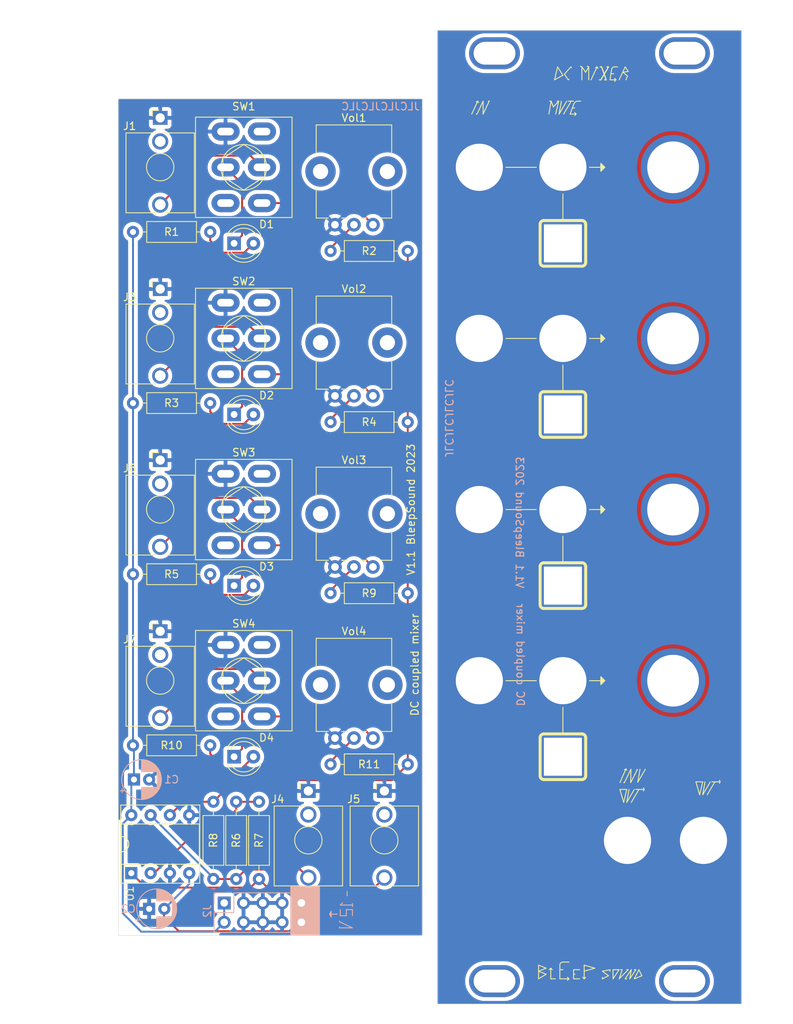
<source format=kicad_pcb>
(kicad_pcb (version 20221018) (generator pcbnew)
  (layers (0 "F.Cu" signal) (31 "B.Cu" signal) (34 "B.Paste" user) (35 "F.Paste" user) (36 "B.SilkS" user "B.Silkscreen") (37 "F.SilkS" user "F.Silkscreen") (38 "B.Mask" user) (39 "F.Mask" user) (44 "Edge.Cuts" user))
  (net 0 "")
  (net 1 "GND")
  (net 2 "+12V")
  (net 3 "-12V")
  (net 4 "Net-(D1-K)")
  (net 5 "Net-(D1-A)")
  (net 6 "Net-(J4-PadT)")
  (net 7 "Net-(J7-PadT)")
  (net 8 "Net-(D2-K)")
  (net 9 "Net-(D2-A)")
  (net 10 "Net-(R2-Pad2)")
  (net 11 "Net-(R4-Pad2)")
  (net 13 "Net-(D3-K)")
  (net 14 "Net-(R9-Pad2)")
  (net 15 "Net-(R11-Pad2)")
  (net 16 "Net-(D3-A)")
  (net 17 "Net-(D4-K)")
  (net 18 "Net-(D4-A)")
  (net 19 "Net-(U1B--)")
  (net 20 "Net-(U1A--)")
  (net 21 "Net-(J1-PadT)")
  (net 22 "Net-(J3-PadT)")
  (net 23 "Net-(J5-PadT)")
  (net 25 "Net-(J6-PadT)")
  (net 28 "Net-(SW1-C-Pad6)")
  (net 31 "Net-(SW2-C-Pad6)")
  (net 35 "Net-(SW3-C-Pad6)")
  (net 38 "Net-(SW4-C-Pad6)")
  (footprint "Synth:Pot-bourns-alpha" (layer "F.Cu") (at 63.5 92.55 90)
    (fp_text reference "Vol3")
    (fp_text value "10k")
  )
  (footprint "Synth:Pot-bourns-alpha" (layer "F.Cu") (at 63.5 115.05 90)
    (fp_text reference "Vol4")
    (fp_text value "10k")
  )
  (footprint "Synth:SW_DPDT_Toggle" (layer "F.Cu") (at 46.5 107.5 90)
    (fp_text reference "SW4")
    (fp_text value "Mute")
  )
  (footprint "Resistor_THT:R_Axial_DIN0207_L6.3mm_D2.5mm_P10.16mm_Horizontal" (layer "F.Cu") (at 42.5 133.58 90)
    (fp_text reference "R8")
    (fp_text value "100k")
  )
  (footprint "LED_THT:LED_D4.0mm" (layer "F.Cu") (at 45.225 72.5)
    (fp_text reference "D2")
    (fp_text value "LED-mute")
  )
  (footprint "Resistor_THT:R_Axial_DIN0207_L6.3mm_D2.5mm_P10.16mm_Horizontal" (layer "F.Cu") (at 68.08 118.5 180)
    (fp_text reference "R11")
    (fp_text value "100k")
  )
  (footprint "Resistor_THT:R_Axial_DIN0207_L6.3mm_D2.5mm_P10.16mm_Horizontal" (layer "F.Cu") (at 68.08 96 180)
    (fp_text reference "R9")
    (fp_text value "100k")
  )
  (footprint "Synth:Pot-bourns-alpha" (layer "F.Cu") (at 63.5 70.05 90)
    (fp_text reference "Vol2")
    (fp_text value "10k")
  )
  (footprint "Synth:Doepfer Mounting hole" (layer "F.Cu") (at 79.5 147)
    (fp_text reference "H1" hide)
    (fp_text value "MountingHole")
  )
  (footprint "Resistor_THT:R_Axial_DIN0207_L6.3mm_D2.5mm_P10.16mm_Horizontal" (layer "F.Cu") (at 31.92 48.5)
    (fp_text reference "R1")
    (fp_text value "4.7k")
  )
  (footprint "Synth:Doepfer Mounting hole" (layer "F.Cu") (at 79.5 25)
    (fp_text reference "H4" hide)
    (fp_text value "MountingHole")
  )
  (footprint "Resistor_THT:R_Axial_DIN0207_L6.3mm_D2.5mm_P10.16mm_Horizontal" (layer "F.Cu") (at 31.92 116)
    (fp_text reference "R10")
    (fp_text value "4.7k")
  )
  (footprint "LED_THT:LED_D4.0mm" (layer "F.Cu") (at 45.225 95)
    (fp_text reference "D3")
    (fp_text value "LED-mute")
  )
  (footprint "Synth:Thonkiconn" (layer "F.Cu") (at 55 122)
    (fp_text reference "J4")
    (fp_text value "InvOut")
  )
  (footprint "Resistor_THT:R_Axial_DIN0207_L6.3mm_D2.5mm_P10.16mm_Horizontal" (layer "F.Cu") (at 31.92 71)
    (fp_text reference "R3")
    (fp_text value "4.7k")
  )
  (footprint "Synth:Thonkiconn" (layer "F.Cu") (at 35.5 101)
    (fp_text reference "J7")
    (fp_text value "In")
  )
  (footprint "Resistor_THT:R_Axial_DIN0207_L6.3mm_D2.5mm_P10.16mm_Horizontal" (layer "F.Cu") (at 48.5 133.58 90)
    (fp_text reference "R7")
    (fp_text value "10k")
  )
  (footprint "Synth:SW_DPDT_Toggle" (layer "F.Cu") (at 46.5 40 90)
    (fp_text reference "SW1")
    (fp_text value "Mute")
  )
  (footprint "Synth:Pot-bourns-alpha" (layer "F.Cu") (at 63.5 47.55 90)
    (fp_text reference "Vol1")
    (fp_text value "10k")
  )
  (footprint "Resistor_THT:R_Axial_DIN0207_L6.3mm_D2.5mm_P10.16mm_Horizontal" (layer "F.Cu") (at 31.92 93.5)
    (fp_text reference "R5")
    (fp_text value "4.7k")
  )
  (footprint "LED_THT:LED_D4.0mm" (layer "F.Cu") (at 45.225 117.5)
    (fp_text reference "D4")
    (fp_text value "LED-mute")
  )
  (footprint "Synth:Doepfer Mounting hole" (layer "F.Cu") (at 104.5 147)
    (fp_text reference "H3" hide)
    (fp_text value "MountingHole")
  )
  (footprint "Resistor_THT:R_Axial_DIN0207_L6.3mm_D2.5mm_P10.16mm_Horizontal" (layer "F.Cu") (at 68.08 73.5 180)
    (fp_text reference "R4")
    (fp_text value "100k")
  )
  (footprint "Resistor_THT:R_Axial_DIN0207_L6.3mm_D2.5mm_P10.16mm_Horizontal" (layer "F.Cu") (at 68.08 51 180)
    (fp_text reference "R2")
    (fp_text value "100k")
  )
  (footprint "Synth:Thonkiconn" (layer "F.Cu") (at 35.5 56)
    (fp_text reference "J3")
    (fp_text value "In")
  )
  (footprint "Synth:SW_DPDT_Toggle" (layer "F.Cu") (at 46.5 85 90)
    (fp_text reference "SW3")
    (fp_text value "Mute")
  )
  (footprint "Synth:SW_DPDT_Toggle" (layer "F.Cu") (at 46.5 62.5 90)
    (fp_text reference "SW2")
    (fp_text value "Mute")
  )
  (footprint "Synth:Thonkiconn" (layer "F.Cu") (at 35.5 33.5)
    (fp_text reference "J1")
    (fp_text value "In")
  )
  (footprint "Resistor_THT:R_Axial_DIN0207_L6.3mm_D2.5mm_P10.16mm_Horizontal" (layer "F.Cu") (at 45.5 123.42 -90)
    (fp_text reference "R6")
    (fp_text value "10k")
  )
  (footprint "LED_THT:LED_D4.0mm" (layer "F.Cu") (at 45.225 50)
    (fp_text reference "D1")
    (fp_text value "LED-mute")
  )
  (footprint "Synth:Doepfer Mounting hole" (layer "F.Cu") (at 104.5 25)
    (fp_text reference "H2" hide)
    (fp_text value "MountingHole")
  )
  (footprint "Synth:Thonkiconn" (layer "F.Cu") (at 35.5 78.5)
    (fp_text reference "J6")
    (fp_text value "In")
  )
  (footprint "Package_DIP:DIP-8_W7.62mm_Socket" (layer "F.Cu") (at 31.7 132.8 90)
    (fp_text reference "U1")
    (fp_text value "TL072")
  )
  (footprint "Synth:Thonkiconn" (layer "F.Cu") (at 65 122)
    (fp_text reference "J5")
    (fp_text value "Out")
  )
  (footprint "Capacitor_THT:CP_Radial_D5.0mm_P2.00mm" (layer "B.Cu") (at 32.044888 120.5)
    (fp_text reference "C1")
    (fp_text value "10µ")
  )
  (footprint "Connector_PinHeader_2.54mm:PinHeader_2x05_P2.54mm_Vertical" (layer "B.Cu") (at 43.925 136.725 -90)
    (fp_text reference "J2")
    (fp_text value "Power Input")
  )
  (footprint "Capacitor_THT:CP_Radial_D5.0mm_P2.00mm" (layer "B.Cu") (at 34.044888 137.5)
    (fp_text reference "C2")
    (fp_text value "10µ")
  )
  (gr_circle (center 103 107.5) (end 111.6 107.5) (stroke (width 0.2)) (fill solid) (layer "F.Cu"))
  (gr_circle (center 103 40) (end 111.6 40) (stroke (width 0.2)) (fill solid) (layer "F.Cu"))
  (gr_circle (center 103 85) (end 111.6 85) (stroke (width 0.2)) (fill solid) (layer "F.Cu"))
  (gr_circle (center 103 62.5) (end 111.6 62.5) (stroke (width 0.2)) (fill solid) (layer "F.Cu"))
  (gr_line (start 59.1 140) (end 60.8 140) (stroke (width 0.12)) (layer "B.SilkS"))
  (gr_line (start 60.8 138.4) (end 60.8 137.6) (stroke (width 0.12)) (layer "B.SilkS"))
  (gr_line (start 60 138.4) (end 59.2 138.4) (stroke (width 0.12)) (layer "B.SilkS"))
  (gr_line (start 60.8 140) (end 59.1 139.2) (stroke (width 0.12)) (layer "B.SilkS"))
  (gr_line (start 59.2 138.4) (end 59.2 137.6) (stroke (width 0.12)) (layer "B.SilkS"))
  (gr_line (start 60.8 137) (end 60.8 136.8) (stroke (width 0.12)) (layer "B.SilkS"))
  (gr_line (start 60 137.6) (end 60 138.4) (stroke (width 0.12)) (layer "B.SilkS"))
  (gr_line (start 60.1 135.8) (end 60.1 135.2) (stroke (width 0.12)) (layer "B.SilkS"))
  (gr_line (start 59.1 139.9) (end 59.1 140) (stroke (width 0.12)) (layer "B.SilkS"))
  (gr_poly (pts (xy 57.8 138.2) (xy 58 138.6) (xy 58 137.8)) (stroke (width 0.12)) (fill solid) (layer "B.SilkS"))
  (gr_line (start 60.8 137.6) (end 60 137.6) (stroke (width 0.12)) (layer "B.SilkS"))
  (gr_line (start 59.2 137) (end 59.5 136.7) (stroke (width 0.12)) (layer "B.SilkS"))
  (gr_line (start 59.1 139.1) (end 59.1 139.2) (stroke (width 0.12)) (layer "B.SilkS"))
  (gr_line (start 58.8 138.2) (end 57.8 138.2) (stroke (width 0.12)) (layer "B.SilkS"))
  (gr_poly (pts (xy 56.45 134.6) (xy 56.45 140.9) (xy 52.7 140.9) (xy 52.7 134.6)) (stroke (width 0.15)) (fill solid) (layer "B.SilkS"))
  (gr_line (start 60.8 137) (end 59.2 137) (stroke (width 0.12)) (layer "B.SilkS"))
  (gr_line (start 60.8 137.2) (end 60.8 137) (stroke (width 0.12)) (layer "B.SilkS"))
  (gr_line (start 86.9 145.3) (end 86.9 146.7) (stroke (width 0.12)) (layer "F.SilkS"))
  (gr_line (start 88.1 146.7) (end 89.3 146.7) (stroke (width 0.12)) (layer "F.SilkS"))
  (gr_line (start 85.3 146.7) (end 86.3 146.1) (stroke (width 0.12)) (layer "F.SilkS"))
  (gr_line (start 86.3 146.1) (end 85.3 145.7) (stroke (width 0.12)) (layer "F.SilkS"))
  (gr_line (start 86.9 146.7) (end 87.5 146.7) (stroke (width 0.12)) (layer "F.SilkS"))
  (gr_line (start 88.5 144.5) (end 89.3 144.5) (stroke (width 0.12)) (layer "F.SilkS"))
  (gr_line (start 89.9 146.7) (end 90.7 146.7) (stroke (width 0.12)) (layer "F.SilkS"))
  (gr_line (start 91.3 144.9) (end 92.7 145.3) (stroke (width 0.12)) (layer "F.SilkS"))
  (gr_line (start 88.1 144.9) (end 88.1 146.7) (stroke (width 0.12)) (layer "F.SilkS"))
  (gr_line (start 88.1 145.5) (end 88.5 145.5) (stroke (width 0.12)) (layer "F.SilkS"))
  (gr_line (start 89.9 145.5) (end 89.9 146.7) (stroke (width 0.12)) (layer "F.SilkS"))
  (gr_line (start 91.1 146.5) (end 91.3 146.7) (stroke (width 0.12)) (layer "F.SilkS"))
  (gr_line (start 89.9 145.5) (end 90.7 145.5) (stroke (width 0.12)) (layer "F.SilkS"))
  (gr_line (start 91.3 146.7) (end 91.3 146.5) (stroke (width 0.12)) (layer "F.SilkS"))
  (gr_line (start 91.3 144.9) (end 91.3 146.7) (stroke (width 0.12)) (layer "F.SilkS"))
  (gr_line (start 92.7 145.3) (end 91.3 145.7) (stroke (width 0.12)) (layer "F.SilkS"))
  (gr_line (start 89.9 146.1) (end 90.1 146.1) (stroke (width 0.12)) (layer "F.SilkS"))
  (gr_line (start 85.3 145.7) (end 86.3 145.3) (stroke (width 0.12)) (layer "F.SilkS"))
  (gr_line (start 91.3 146.7) (end 91.5 146.5) (stroke (width 0.12)) (layer "F.SilkS"))
  (gr_line (start 85.3 144.9) (end 85.3 146.7) (stroke (width 0.12)) (layer "F.SilkS"))
  (gr_line (start 86.3 145.3) (end 85.3 144.9) (stroke (width 0.12)) (layer "F.SilkS"))
  (gr_line (start 98.1 145.5) (end 97.9 145.5) (stroke (width 0.12)) (layer "F.SilkS"))
  (gr_line (start 93.7 146.7) (end 93.7 146.5) (stroke (width 0.12)) (layer "F.SilkS"))
  (gr_line (start 95.1 145.5) (end 95.1 146.7) (stroke (width 0.12)) (layer "F.SilkS"))
  (gr_line (start 96.3 145.5) (end 95.9 146.7) (stroke (width 0.12)) (layer "F.SilkS"))
  (gr_line (start 95.9 146.7) (end 97.1 145.5) (stroke (width 0.12)) (layer "F.SilkS"))
  (gr_line (start 98.5 145.5) (end 97.9 146.7) (stroke (width 0.12)) (layer "F.SilkS"))
  (gr_line (start 98.5 145.5) (end 98.9 146.3) (stroke (width 0.12)) (layer "F.SilkS"))
  (gr_line (start 94.7 145.5) (end 94.7 145.7) (stroke (width 0.12)) (layer "F.SilkS"))
  (gr_line (start 86.9 145.3) (end 86.7 145.5) (stroke (width 0.12)) (layer "F.SilkS"))
  (gr_line (start 86.9 145.3) (end 87.1 145.5) (stroke (width 0.12)) (layer "F.SilkS"))
  (gr_line (start 97.5 145.5) (end 97.3 146.7) (stroke (width 0.12)) (layer "F.SilkS"))
  (gr_arc (start 88.1 144.9) (mid 88.217157 144.617157) (end 88.5 144.5) (stroke (width 0.12)) (layer "F.SilkS"))
  (gr_line (start 94.5 146.3) (end 93.7 146.7) (stroke (width 0.12)) (layer "F.SilkS"))
  (gr_line (start 89.3 146.7) (end 89.1 146.5) (stroke (width 0.12)) (layer "F.SilkS"))
  (gr_line (start 89.3 146.7) (end 89.1 146.9) (stroke (width 0.12)) (layer "F.SilkS"))
  (gr_line (start 93.7 145.7) (end 94.5 146.3) (stroke (width 0.12)) (layer "F.SilkS"))
  (gr_line (start 95.9 145.5) (end 95.1 145.5) (stroke (width 0.12)) (layer "F.SilkS"))
  (gr_line (start 97.3 146.7) (end 98.1 145.5) (stroke (width 0.12)) (layer "F.SilkS"))
  (gr_line (start 97.5 145.5) (end 96.7 146.7) (stroke (width 0.12)) (layer "F.SilkS"))
  (gr_line (start 96.3 145.5) (end 96.1 145.5) (stroke (width 0.12)) (layer "F.SilkS"))
  (gr_line (start 96.7 146.7) (end 96.9 146.7) (stroke (width 0.12)) (layer "F.SilkS"))
  (gr_line (start 97.1 145.5) (end 96.9 145.5) (stroke (width 0.12)) (layer "F.SilkS"))
  (gr_line (start 95.1 146.7) (end 95.9 145.5) (stroke (width 0.12)) (layer "F.SilkS"))
  (gr_line (start 97.9 146.7) (end 98.9 146.3) (stroke (width 0.12)) (layer "F.SilkS"))
  (gr_line (start 94.7 145.5) (end 93.7 145.7) (stroke (width 0.12)) (layer "F.SilkS"))
  (gr_line (start 88.5 43.5) (end 88.5 47) (stroke (width 0.12)) (layer "F.SilkS"))
  (gr_line (start 108.1 120.8) (end 108.8 120.8) (stroke (width 0.12)) (layer "F.SilkS"))
  (gr_line (start 106.5 122.5) (end 106 120.8) (stroke (width 0.12)) (layer "F.SilkS"))
  (gr_line (start 106 120.8) (end 106.9 120.8) (stroke (width 0.12)) (layer "F.SilkS"))
  (gr_line (start 107.2 120.8) (end 106.9 122.5) (stroke (width 0.12)) (layer "F.SilkS"))
  (gr_line (start 106.9 122.5) (end 107.9 120.8) (stroke (width 0.12)) (layer "F.SilkS"))
  (gr_line (start 106.9 120.8) (end 106.5 122.5) (stroke (width 0.12)) (layer "F.SilkS"))
  (gr_line (start 108.5 120.8) (end 107.5 122.5) (stroke (width 0.12)) (layer "F.SilkS"))
  (gr_line (start 77.3 31.3) (end 77.1 31.4) (stroke (width 0.12)) (layer "F.SilkS"))
  (gr_line (start 77.2 33) (end 78 31.3) (stroke (width 0.12)) (layer "F.SilkS"))
  (gr_line (start 77.2 33) (end 77.1 33) (stroke (width 0.12)) (layer "F.SilkS"))
  (gr_line (start 78 31.3) (end 78 33) (stroke (width 0.12)) (layer "F.SilkS"))
  (gr_line (start 77.3 31.3) (end 77.4 31.5) (stroke (width 0.12)) (layer "F.SilkS"))
  (gr_line (start 78 33) (end 78.8 31.3) (stroke (width 0.12)) (layer "F.SilkS"))
  (gr_line (start 76.5 33) (end 77.3 31.3) (stroke (width 0.12)) (layer "F.SilkS"))
  (gr_line (start 78.8 31.3) (end 78.7 31.3) (stroke (width 0.12)) (layer "F.SilkS"))
  (gr_line (start 109.2 120.8) (end 109.1 121) (stroke (width 0.12)) (layer "F.SilkS"))
  (gr_line (start 96.9 121.8) (end 96.5 123.5) (stroke (width 0.12)) (layer "F.SilkS"))
  (gr_line (start 81 107.5) (end 85 107.5) (stroke (width 0.12)) (layer "F.SilkS"))
  (gr_line (start 98.3 119.2) (end 97.425 120.9) (stroke (width 0.12)) (layer "F.SilkS"))
  (gr_line (start 85.5 47.5) (end 85.5 52.5) (stroke (width 0.4)) (layer "F.SilkS"))
  (gr_line (start 96.5 123.5) (end 96 121.8) (stroke (width 0.12)) (layer "F.SilkS"))
  (gr_line (start 88 33) (end 89 31.3) (stroke (width 0.12)) (layer "F.SilkS"))
  (gr_line (start 96.7 26.8) (end 95.9 28.5) (stroke (width 0.12)) (layer "F.SilkS"))
  (gr_arc (start 91 47) (mid 91.353553 47.146447) (end 91.5 47.5) (stroke (width 0.4)) (layer "F.SilkS"))
  (gr_line (start 87.95 31.3) (end 87.25 32.05) (stroke (width 0.12)) (layer "F.SilkS"))
  (gr_line (start 97.1 27.4) (end 96.4 27.5) (stroke (width 0.12)) (layer "F.SilkS"))
  (gr_line (start 96 121.8) (end 96.9 121.8) (stroke (width 0.12)) (layer "F.SilkS"))
  (gr_arc (start 91 92) (mid 91.353553 92.146447) (end 91.5 92.5) (stroke (width 0.4)) (layer "F.SilkS"))
  (gr_line (start 85.5 70) (end 85.5 75) (stroke (width 0.4)) (layer "F.SilkS"))
  (gr_poly (pts (xy 94 62.5) (xy 93.5 63) (xy 93.5 62)) (stroke (width 0.15)) (fill solid) (layer "F.SilkS"))
  (gr_line (start 91.5 47.5) (end 91.5 52.5) (stroke (width 0.4)) (layer "F.SilkS"))
  (gr_line (start 89.55 26.8) (end 88.7 27.75) (stroke (width 0.12)) (layer "F.SilkS"))
  (gr_line (start 93 26.8) (end 93.1 27) (stroke (width 0.12)) (layer "F.SilkS"))
  (gr_arc (start 85.5 115) (mid 85.646447 114.646447) (end 86 114.5) (stroke (width 0.4)) (layer "F.SilkS"))
  (gr_line (start 98.8 121.8) (end 99.2 121.8) (stroke (width 0.12)) (layer "F.SilkS"))
  (gr_line (start 86 69.5) (end 91 69.5) (stroke (width 0.4)) (layer "F.SilkS"))
  (gr_line (start 87.95 31.3) (end 87.55 33) (stroke (width 0.12)) (layer "F.SilkS"))
  (gr_line (start 88.5 88.5) (end 88.5 92) (stroke (width 0.12)) (layer "F.SilkS"))
  (gr_line (start 86 114.5) (end 91 114.5) (stroke (width 0.4)) (layer "F.SilkS"))
  (gr_line (start 93 26.8) (end 92.8 26.9) (stroke (width 0.12)) (layer "F.SilkS"))
  (gr_line (start 94 107.5) (end 92 107.5) (stroke (width 0.12)) (layer "F.SilkS"))
  (gr_line (start 87.8 26.8) (end 87.4 28.5) (stroke (width 0.12)) (layer "F.SilkS"))
  (gr_line (start 87.95 31.3) (end 87.75 31.3) (stroke (width 0.12)) (layer "F.SilkS"))
  (gr_arc (start 86 53) (mid 85.646447 52.853553) (end 85.5 52.5) (stroke (width 0.4)) (layer "F.SilkS"))
  (gr_line (start 91.5 70) (end 91.5 75) (stroke (width 0.4)) (layer "F.SilkS"))
  (gr_line (start 89.55 26.8) (end 89.65 26.9) (stroke (width 0.12)) (layer "F.SilkS"))
  (gr_line (start 91 26.8) (end 91 28.5) (stroke (width 0.12)) (layer "F.SilkS"))
  (gr_line (start 92.2 28.5) (end 93 26.8) (stroke (width 0.12)) (layer "F.SilkS"))
  (gr_line (start 87.25 32.05) (end 86.95 31.3) (stroke (width 0.12)) (layer "F.SilkS"))
  (gr_line (start 91 98) (end 86 98) (stroke (width 0.4)) (layer "F.SilkS"))
  (gr_line (start 89.75 32.2) (end 90.05 32.2) (stroke (width 0.12)) (layer "F.SilkS"))
  (gr_line (start 90.25 33) (end 90.05 32.8) (stroke (width 0.12)) (layer "F.SilkS"))
  (gr_line (start 81 40) (end 85 40) (stroke (width 0.12)) (layer "F.SilkS"))
  (gr_arc (start 85.5 70) (mid 85.646447 69.646447) (end 86 69.5) (stroke (width 0.4)) (layer "F.SilkS"))
  (gr_line (start 96.8 119.1) (end 96.6 119.2) (stroke (width 0.12)) (layer "F.SilkS"))
  (gr_line (start 90.25 33) (end 90.05 33.2) (stroke (width 0.12)) (layer "F.SilkS"))
  (gr_line (start 90.45 31.3) (end 90.85 31.3) (stroke (width 0.12)) (layer "F.SilkS"))
  (gr_line (start 86 92) (end 91 92) (stroke (width 0.4)) (layer "F.SilkS"))
  (gr_line (start 91.5 27.5) (end 91 26.8) (stroke (width 0.12)) (layer "F.SilkS"))
  (gr_line (start 98.5 121.8) (end 97.5 123.5) (stroke (width 0.12)) (layer "F.SilkS"))
  (gr_poly (pts (xy 94 40) (xy 93.5 40.5) (xy 93.5 39.5)) (stroke (width 0.15)) (fill solid) (layer "F.SilkS"))
  (gr_line (start 109.2 120.8) (end 109.1 120.6) (stroke (width 0.12)) (layer "F.SilkS"))
  (gr_line (start 99.2 121.8) (end 99.1 122) (stroke (width 0.12)) (layer "F.SilkS"))
  (gr_line (start 91 120.5) (end 86 120.5) (stroke (width 0.4)) (layer "F.SilkS"))
  (gr_line (start 85.5 115) (end 85.5 120) (stroke (width 0.4)) (layer "F.SilkS"))
  (gr_line (start 94 40) (end 92 40) (stroke (width 0.12)) (layer "F.SilkS"))
  (gr_arc (start 91.5 97.5) (mid 91.353553 97.853553) (end 91 98) (stroke (width 0.4)) (layer "F.SilkS"))
  (gr_arc (start 85.5 92.5) (mid 85.646447 92.146447) (end 86 92) (stroke (width 0.4)) (layer "F.SilkS"))
  (gr_line (start 99.2 121.8) (end 99.1 121.6) (stroke (width 0.12)) (layer "F.SilkS"))
  (gr_line (start 97.45 119.15) (end 97.425 120.9) (stroke (width 0.12)) (layer "F.SilkS"))
  (gr_arc (start 86 75.5) (mid 85.646447 75.353553) (end 85.5 75) (stroke (width 0.4)) (layer "F.SilkS"))
  (gr_line (start 97.45 119.15) (end 96.6 120.9) (stroke (width 0.12)) (layer "F.SilkS"))
  (gr_line (start 94.5 26.8) (end 94.3 26.8) (stroke (width 0.15)) (layer "F.SilkS"))
  (gr_line (start 89.95 31.65) (end 89.45 33) (stroke (width 0.12)) (layer "F.SilkS"))
  (gr_line (start 88.3 31.3) (end 88 33) (stroke (width 0.12)) (layer "F.SilkS"))
  (gr_arc (start 91.5 120) (mid 91.353553 120.353553) (end 91 120.5) (stroke (width 0.4)) (layer "F.SilkS"))
  (gr_line (start 86.95 31.3) (end 86.65 33) (stroke (width 0.12)) (layer "F.SilkS"))
  (gr_arc (start 86 98) (mid 85.646447 97.853553) (end 85.5 97.5) (stroke (width 0.4)) (layer "F.SilkS"))
  (gr_line (start 96.6 120.9) (end 96.5 120.9) (stroke (width 0.12)) (layer "F.SilkS"))
  (gr_line (start 93.6 26.8) (end 94.2 28.5) (stroke (width 0.15)) (layer "F.SilkS"))
  (gr_arc (start 89.95 31.65) (mid 90.147762 31.400375) (end 90.45 31.3) (stroke (width 0.12)) (layer "F.SilkS"))
  (gr_line (start 81 85) (end 85 85) (stroke (width 0.12)) (layer "F.SilkS"))
  (gr_poly (pts (xy 94 85) (xy 93.5 85.5) (xy 93.5 84.5)) (stroke (width 0.15)) (fill solid) (layer "F.SilkS"))
  (gr_line (start 94.9 27.2) (end 94.7 28.5) (stroke (width 0.12)) (layer "F.SilkS"))
  (gr_line (start 96 120.9) (end 96.8 119.1) (stroke (width 0.12)) (layer "F.SilkS"))
  (gr_arc (start 85.5 47.5) (mid 85.646447 47.146447) (end 86 47) (stroke (width 0.4)) (layer "F.SilkS"))
  (gr_arc (start 86 120.5) (mid 85.646447 120.353553) (end 85.5 120) (stroke (width 0.4)) (layer "F.SilkS"))
  (gr_line (start 98.1 121.8) (end 98.8 121.8) (stroke (width 0.12)) (layer "F.SilkS"))
  (gr_line (start 89.2 31.3) (end 89.9 31.3) (stroke (width 0.12)) (layer "F.SilkS"))
  (gr_arc (start 91 69.5) (mid 91.353553 69.646447) (end 91.5 70) (stroke (width 0.4)) (layer "F.SilkS"))
  (gr_line (start 96.4 27.5) (end 97 28) (stroke (width 0.12)) (layer "F.SilkS"))
  (gr_line (start 89.2 28.5) (end 89.3 28.4) (stroke (width 0.12)) (layer "F.SilkS"))
  (gr_line (start 94.9 27.7) (end 95.2 27.7) (stroke (width 0.12)) (layer "F.SilkS"))
  (gr_line (start 96.9 123.5) (end 97.9 121.8) (stroke (width 0.12)) (layer "F.SilkS"))
  (gr_line (start 94 85) (end 92 85) (stroke (width 0.12)) (layer "F.SilkS"))
  (gr_line (start 85.5 92.5) (end 85.5 97.5) (stroke (width 0.4)) (layer "F.SilkS"))
  (gr_arc (start 94.9 27.2) (mid 95.017157 26.917157) (end 95.3 26.8) (stroke (width 0.12)) (layer "F.SilkS"))
  (gr_line (start 88.5 66) (end 88.5 69.5) (stroke (width 0.12)) (layer "F.SilkS"))
  (gr_line (start 94 62.5) (end 92 62.5) (stroke (width 0.12)) (layer "F.SilkS"))
  (gr_line (start 91.9 26.8) (end 91.5 27.5) (stroke (width 0.12)) (layer "F.SilkS"))
  (gr_line (start 91 26.8) (end 90.8 26.7) (stroke (width 0.12)) (layer "F.SilkS"))
  (gr_line (start 81 62.5) (end 85 62.5) (stroke (width 0.12)) (layer "F.SilkS"))
  (gr_line (start 93.6 26.8) (end 93.4 26.8) (stroke (width 0.15)) (layer "F.SilkS"))
  (gr_line (start 95.3 26.8) (end 95.7 26.8) (stroke (width 0.12)) (layer "F.SilkS"))
  (gr_poly (pts (xy 94 107.5) (xy 93.5 108) (xy 93.5 107)) (stroke (width 0.15)) (fill solid) (layer "F.SilkS"))
  (gr_line (start 108.8 120.8) (end 109.2 120.8) (stroke (width 0.12)) (layer "F.SilkS"))
  (gr_line (start 98.65 119.15) (end 98.35 120.85) (stroke (width 0.12)) (layer "F.SilkS"))
  (gr_line (start 91 75.5) (end 86 75.5) (stroke (width 0.4)) (layer "F.SilkS"))
  (gr_line (start 95.5 28.5) (end 95.3 28.7) (stroke (width 0.12)) (layer "F.SilkS"))
  (gr_line (start 91.9 26.8) (end 91.9 28.5) (stroke (width 0.12)) (layer "F.SilkS"))
  (gr_line (start 86 47) (end 91 47) (stroke (width 0.4)) (layer "F.SilkS"))
  (gr_line (start 91.5 115) (end 91.5 120) (stroke (width 0.4)) (layer "F.SilkS"))
  (gr_line (start 86.95 31.3) (end 86.75 31.3) (stroke (width 0.12)) (layer "F.SilkS"))
  (gr_line (start 94.2 28.5) (end 94 28.5) (stroke (width 0.15)) (layer "F.SilkS"))
  (gr_arc (start 91 114.5) (mid 91.353553 114.646447) (end 91.5 115) (stroke (width 0.4)) (layer "F.SilkS"))
  (gr_arc (start 91.5 75) (mid 91.353553 75.353553) (end 91 75.5) (stroke (width 0.4)) (layer "F.SilkS"))
  (gr_line (start 98.35 120.85) (end 99.35 119.15) (stroke (width 0.12)) (layer "F.SilkS"))
  (gr_line (start 93.5 28.5) (end 94.5 26.8) (stroke (width 0.15)) (layer "F.SilkS"))
  (gr_line (start 88.5 27.9) (end 87.8 26.8) (stroke (width 0.12)) (layer "F.SilkS"))
  (gr_line (start 97.2 121.8) (end 96.9 123.5) (stroke (width 0.12)) (layer "F.SilkS"))
  (gr_arc (start 91.5 52.5) (mid 91.353553 52.853553) (end 91 53) (stroke (width 0.4)) (layer "F.SilkS"))
  (gr_line (start 94.7 28.5) (end 95.4 28.5) (stroke (width 0.12)) (layer "F.SilkS"))
  (gr_line (start 88.7 27.75) (end 89.2 28.5) (stroke (width 0.12)) (layer "F.SilkS"))
  (gr_line (start 97 28) (end 96.8 28.5) (stroke (width 0.12)) (layer "F.SilkS"))
  (gr_line (start 87.4 28.5) (end 88.5 27.9) (stroke (width 0.12)) (layer "F.SilkS"))
  (gr_line (start 96.7 26.8) (end 97.1 27.4) (stroke (width 0.12)) (layer "F.SilkS"))
  (gr_line (start 98.3 119.2) (end 98.2 119.2) (stroke (width 0.12)) (layer "F.SilkS"))
  (gr_line (start 88.5 111) (end 88.5 114.5) (stroke (width 0.12)) (layer "F.SilkS"))
  (gr_line (start 89.45 33) (end 90.15 33) (stroke (width 0.12)) (layer "F.SilkS"))
  (gr_line (start 91.5 92.5) (end 91.5 97.5) (stroke (width 0.4)) (layer "F.SilkS"))
  (gr_line (start 91 53) (end 86 53) (stroke (width 0.4)) (layer "F.SilkS"))
  (gr_line (start 96.8 119.1) (end 96.9 119.3) (stroke (width 0.12)) (layer "F.SilkS"))
  (gr_line (start 95.5 28.5) (end 95.3 28.3) (stroke (width 0.12)) (layer "F.SilkS"))
  (gr_line (start 93.5 28.5) (end 93.3 28.5) (stroke (width 0.15)) (layer "F.SilkS"))
  (gr_line (start 89.6 31.3) (end 88.6 33) (stroke (width 0.12)) (layer "F.SilkS"))
  (gr_line (start 91.9 26.8) (end 91.7 26.7) (stroke (width 0.12)) (layer "F.SilkS"))
  (gr_line (start 69.999999 31) (end 70 141) (stroke (width 0.05)) (layer "Edge.Cuts"))
  (gr_line (start 30 31) (end 30 141) (stroke (width 0.05)) (layer "Edge.Cuts"))
  (gr_line (start 72 22) (end 72 150) (stroke (width 0.05)) (layer "Edge.Cuts"))
  (gr_line (start 72 22) (end 112 22) (stroke (width 0.05)) (layer "Edge.Cuts"))
  (gr_line (start 112 22) (end 112 150) (stroke (width 0.05)) (layer "Edge.Cuts"))
  (gr_line (start 112 150) (end 72 150) (stroke (width 0.05)) (layer "Edge.Cuts"))
  (gr_line (start 30 31) (end 69.999999 31) (stroke (width 0.05)) (layer "Edge.Cuts"))
  (gr_line (start 30 141) (end 70 141) (stroke (width 0.05)) (layer "Edge.Cuts"))
  (gr_text "JLCJLCJLCJLC\n" (at 64.5 32) (layer "B.SilkS") (effects (font (size 1 1)) (justify mirror)))
  (gr_text "DC coupled mixer\n" (at 82.9 104.1 -90) (layer "B.SilkS") (effects (font (size 1 1)) (justify mirror)))
  (gr_text "V1.1 BleepSound 2023\n" (at 82.8 86.7 -90) (layer "B.SilkS") (effects (font (size 1 1)) (justify mirror)))
  (gr_text "JLCJLCJLCJLC\n" (at 73.5 73 -90) (layer "B.SilkS") (effects (font (size 1 1)) (justify mirror)))
  (gr_text "DC coupled mixer\n" (at 69 105.4 90) (layer "F.SilkS") (effects (font (size 1 1))))
  (gr_text "V1.1 BleepSound 2023\n" (at 68.5 85 90) (layer "F.SilkS") (effects (font (size 1 1))))
  (via (at 103 107.5) (size 8.5) (drill 6.8) (layers "F.Cu" "B.Cu") (net 0))
  (via (at 103 85) (size 8.5) (drill 6.8) (layers "F.Cu" "B.Cu") (net 0))
  (via (at 103 40) (size 8.5) (drill 6.8) (layers "F.Cu" "B.Cu") (net 0))
  (via (at 103 62.5) (size 8.5) (drill 6.8) (layers "F.Cu" "B.Cu") (net 0))
  (via (at 107 128.5) (size 8) (drill 6.2) (layers "F.Cu" "B.Cu") (net 1))
  (via (at 77.5 62.5) (size 8) (drill 6.2) (layers "F.Cu" "B.Cu") (net 1))
  (via (at 97 128.5) (size 8) (drill 6.2) (layers "F.Cu" "B.Cu") (net 1))
  (via (at 77.5 107.5) (size 8) (drill 6.2) (layers "F.Cu" "B.Cu") (net 1))
  (via (at 77.5 85) (size 8) (drill 6.2) (layers "F.Cu" "B.Cu") (net 1))
  (via (at 88.5 107.5) (size 8) (drill 6.2) (layers "F.Cu" "B.Cu") (net 1))
  (via (at 88.5 62.5) (size 8) (drill 6.2) (layers "F.Cu" "B.Cu") (net 1))
  (via (at 88.5 40) (size 8) (drill 6.2) (layers "F.Cu" "B.Cu") (net 1))
  (via (at 77.5 40) (size 8) (drill 6.2) (layers "F.Cu" "B.Cu") (net 1))
  (via (at 88.5 85) (size 8) (drill 6.2) (layers "F.Cu" "B.Cu") (net 1))
  (segment (start 32.044888 120.5) (end 32.044888 116.124888) (width 0.25) (layer "B.Cu") (net 2))
  (segment (start 32.044888 116.124888) (end 31.92 116) (width 0.25) (layer "B.Cu") (net 2))
  (segment (start 31.7 125.18) (end 31.7 120.844888) (width 0.25) (layer "B.Cu") (net 2))
  (segment (start 42.69 140.5) (end 33 140.5) (width 0.25) (layer "B.Cu") (net 2))
  (segment (start 43.925 139.265) (end 42.69 140.5) (width 0.25) (layer "B.Cu") (net 2))
  (segment (start 30.575489 138.075489) (end 30.575489 126.304511) (width 0.25) (layer "B.Cu") (net 2))
  (segment (start 33 140.5) (end 30.575489 138.075489) (width 0.25) (layer "B.Cu") (net 2))
  (segment (start 31.92 71) (end 31.92 48.5) (width 0.25) (layer "B.Cu") (net 2))
  (segment (start 31.92 116) (end 31.92 93.5) (width 0.25) (layer "B.Cu") (net 2))
  (segment (start 30.575489 126.304511) (end 31.7 125.18) (width 0.25) (layer "B.Cu") (net 2))
  (segment (start 31.7 120.844888) (end 32.044888 120.5) (width 0.25) (layer "B.Cu") (net 2))
  (segment (start 43.925 136.725) (end 43.925 139.265) (width 0.25) (layer "B.Cu") (net 2))
  (segment (start 31.92 93.5) (end 31.92 71) (width 0.25) (layer "B.Cu") (net 2))
  (segment (start 36 137.544888) (end 36.044888 137.5) (width 0.25) (layer "F.Cu") (net 3))
  (segment (start 36 138.5) (end 36 137.544888) (width 0.25) (layer "F.Cu") (net 3))
  (segment (start 37.939511 140.439511) (end 36 138.5) (width 0.25) (layer "F.Cu") (net 3))
  (segment (start 54.085 139.265) (end 52.910489 140.439511) (width 0.25) (layer "F.Cu") (net 3))
  (segment (start 52.910489 140.439511) (end 37.939511 140.439511) (width 0.25) (layer "F.Cu") (net 3))
  (segment (start 39.32 134.224888) (end 36.044888 137.5) (width 0.25) (layer "B.Cu") (net 3))
  (segment (start 54.085 136.725) (end 54.085 139.265) (width 0.25) (layer "B.Cu") (net 3))
  (segment (start 39.32 132.8) (end 39.32 134.224888) (width 0.25) (layer "B.Cu") (net 3))
  (segment (start 46.27452 42.17452) (end 44.1 40) (width 0.25) (layer "F.Cu") (net 4))
  (segment (start 45.225 50) (end 46.27452 48.95048) (width 0.25) (layer "F.Cu") (net 4))
  (segment (start 46.27452 48.95048) (end 46.27452 42.17452) (width 0.25) (layer "F.Cu") (net 4))
  (segment (start 42.08 48.5) (end 42.08 49.63137) (width 0.25) (layer "F.Cu") (net 5))
  (segment (start 43.673141 51.224511) (end 46.540489 51.224511) (width 0.25) (layer "F.Cu") (net 5))
  (segment (start 42.08 49.63137) (end 43.673141 51.224511) (width 0.25) (layer "F.Cu") (net 5))
  (segment (start 46.540489 51.224511) (end 47.765 50) (width 0.25) (layer "F.Cu") (net 5))
  (segment (start 46.745 132.335) (end 45.5 133.58) (width 0.25) (layer "F.Cu") (net 6))
  (segment (start 45.5 133.58) (end 42.5 133.58) (width 0.25) (layer "F.Cu") (net 6))
  (segment (start 55 133.4) (end 53.935 132.335) (width 0.25) (layer "F.Cu") (net 6))
  (segment (start 53.935 132.335) (end 46.745 132.335) (width 0.25) (layer "F.Cu") (net 6))
  (segment (start 34.24 125.18) (end 42.5 133.44) (width 0.25) (layer "B.Cu") (net 6))
  (segment (start 42.5 133.44) (end 42.5 133.58) (width 0.25) (layer "B.Cu") (net 6))
  (segment (start 47.37548 105.97548) (end 41.92452 105.97548) (width 0.25) (layer "F.Cu") (net 7))
  (segment (start 48.9 107.5) (end 47.37548 105.97548) (width 0.25) (layer "F.Cu") (net 7))
  (segment (start 41.92452 105.97548) (end 35.5 112.4) (width 0.25) (layer "F.Cu") (net 7))
  (segment (start 46.27452 71.45048) (end 46.27452 64.67452) (width 0.25) (layer "F.Cu") (net 8))
  (segment (start 45.225 72.5) (end 46.27452 71.45048) (width 0.25) (layer "F.Cu") (net 8))
  (segment (start 46.27452 64.67452) (end 44.1 62.5) (width 0.25) (layer "F.Cu") (net 8))
  (segment (start 46.540489 73.724511) (end 43.673141 73.724511) (width 0.25) (layer "F.Cu") (net 9))
  (segment (start 47.765 72.5) (end 46.540489 73.724511) (width 0.25) (layer "F.Cu") (net 9))
  (segment (start 43.673141 73.724511) (end 42.08 72.13137) (width 0.25) (layer "F.Cu") (net 9))
  (segment (start 42.08 72.13137) (end 42.08 71) (width 0.25) (layer "F.Cu") (net 9))
  (segment (start 61 47.55) (end 57.92 50.63) (width 0.25) (layer "F.Cu") (net 10))
  (segment (start 57.92 50.63) (end 57.92 51) (width 0.25) (layer "F.Cu") (net 10))
  (segment (start 57.92 73.13) (end 57.92 73.5) (width 0.25) (layer "F.Cu") (net 11))
  (segment (start 61 70.05) (end 57.92 73.13) (width 0.25) (layer "F.Cu") (net 11))
  (segment (start 44.1 85) (end 46.27452 87.17452) (width 0.25) (layer "F.Cu") (net 13))
  (segment (start 46.27452 93.95048) (end 45.225 95) (width 0.25) (layer "F.Cu") (net 13))
  (segment (start 46.27452 87.17452) (end 46.27452 93.95048) (width 0.25) (layer "F.Cu") (net 13))
  (segment (start 57.92 95.63) (end 57.92 96) (width 0.25) (layer "F.Cu") (net 14))
  (segment (start 61 92.55) (end 57.92 95.63) (width 0.25) (layer "F.Cu") (net 14))
  (segment (start 61 115.05) (end 57.92 118.13) (width 0.25) (layer "F.Cu") (net 15))
  (segment (start 57.92 118.13) (end 57.92 118.5) (width 0.25) (layer "F.Cu") (net 15))
  (segment (start 42.08 94.63137) (end 43.673141 96.224511) (width 0.25) (layer "F.Cu") (net 16))
  (segment (start 43.673141 96.224511) (end 46.540489 96.224511) (width 0.25) (layer "F.Cu") (net 16))
  (segment (start 46.540489 96.224511) (end 47.765 95) (width 0.25) (layer "F.Cu") (net 16))
  (segment (start 42.08 93.5) (end 42.08 94.63137) (width 0.25) (layer "F.Cu") (net 16))
  (segment (start 46.27452 116.45048) (end 45.225 117.5) (width 0.25) (layer "F.Cu") (net 17))
  (segment (start 44.1 107.5) (end 46.27452 109.67452) (width 0.25) (layer "F.Cu") (net 17))
  (segment (start 46.27452 109.67452) (end 46.27452 116.45048) (width 0.25) (layer "F.Cu") (net 17))
  (segment (start 42.08 116) (end 42.08 117.13137) (width 0.25) (layer "F.Cu") (net 18))
  (segment (start 42.08 117.13137) (end 44.266224 119.317594) (width 0.25) (layer "F.Cu") (net 18))
  (segment (start 44.266224 119.317594) (end 45.947406 119.317594) (width 0.25) (layer "F.Cu") (net 18))
  (segment (start 45.947406 119.317594) (end 47.765 117.5) (width 0.25) (layer "F.Cu") (net 18))
  (segment (start 68.08 73.5) (end 68.08 96) (width 0.25) (layer "F.Cu") (net 19))
  (segment (start 68.08 118.5) (end 66 120.58) (width 0.25) (layer "F.Cu") (net 19))
  (segment (start 68.08 51) (end 68.08 73.5) (width 0.25) (layer "F.Cu") (net 19))
  (segment (start 68.08 96) (end 68.08 118.5) (width 0.25) (layer "F.Cu") (net 19))
  (segment (start 36.78 125.18) (end 38.54 123.42) (width 0.25) (layer "F.Cu") (net 19))
  (segment (start 38.54 123.42) (end 42.5 123.42) (width 0.25) (layer "F.Cu") (net 19))
  (segment (start 45.34 120.58) (end 42.5 123.42) (width 0.25) (layer "F.Cu") (net 19))
  (segment (start 66 120.58) (end 45.34 120.58) (width 0.25) (layer "F.Cu") (net 19))
  (segment (start 44 126) (end 45.5 124.5) (width 0.25) (layer "F.Cu") (net 20))
  (segment (start 45.5 124.5) (end 45.5 123.42) (width 0.25) (layer "F.Cu") (net 20))
  (segment (start 34.24 132.8) (end 34.7103 132.8) (width 0.25) (layer "F.Cu") (net 20))
  (segment (start 41.5103 126) (end 44 126) (width 0.25) (layer "F.Cu") (net 20))
  (segment (start 48.5 123.42) (end 45.5 123.42) (width 0.25) (layer "F.Cu") (net 20))
  (segment (start 34.7103 132.8) (end 41.5103 126) (width 0.25) (layer "F.Cu") (net 20))
  (segment (start 48.9 40) (end 47.37548 38.47548) (width 0.25) (layer "F.Cu") (net 21))
  (segment (start 47.37548 38.47548) (end 41.92452 38.47548) (width 0.25) (layer "F.Cu") (net 21))
  (segment (start 41.92452 38.47548) (end 35.5 44.9) (width 0.25) (layer "F.Cu") (net 21))
  (segment (start 48.9 62.5) (end 47.37548 60.97548) (width 0.25) (layer "F.Cu") (net 22))
  (segment (start 47.37548 60.97548) (end 41.92452 60.97548) (width 0.25) (layer "F.Cu") (net 22))
  (segment (start 41.92452 60.97548) (end 35.5 67.4) (width 0.25) (layer "F.Cu") (net 22))
  (segment (start 63.610489 134.789511) (end 49.709511 134.789511) (width 0.25) (layer "F.Cu") (net 23))
  (segment (start 65 133.4) (end 63.610489 134.789511) (width 0.25) (layer "F.Cu") (net 23))
  (segment (start 33.604511 134.704511) (end 31.7 132.8) (width 0.25) (layer "F.Cu") (net 23))
  (segment (start 49.709511 134.789511) (end 48.5 133.58) (width 0.25) (layer "F.Cu") (net 23))
  (segment (start 47.375489 134.704511) (end 33.604511 134.704511) (width 0.25) (layer "F.Cu") (net 23))
  (segment (start 48.5 133.58) (end 47.375489 134.704511) (width 0.25) (layer "F.Cu") (net 23))
  (segment (start 48.9 85) (end 47.37548 83.47548) (width 0.25) (layer "F.Cu") (net 25))
  (segment (start 47.37548 83.47548) (end 41.92452 83.47548) (width 0.25) (layer "F.Cu") (net 25))
  (segment (start 41.92452 83.47548) (end 35.5 89.9) (width 0.25) (layer "F.Cu") (net 25))
  (segment (start 63.5 47.55) (end 60.65 44.7) (width 0.25) (layer "F.Cu") (net 28))
  (segment (start 60.65 44.7) (end 48.9 44.7) (width 0.25) (layer "F.Cu") (net 28))
  (segment (start 48.9 67.2) (end 60.65 67.2) (width 0.25) (layer "F.Cu") (net 31))
  (segment (start 60.65 67.2) (end 63.5 70.05) (width 0.25) (layer "F.Cu") (net 31))
  (segment (start 60.65 89.7) (end 48.9 89.7) (width 0.25) (layer "F.Cu") (net 35))
  (segment (start 63.5 92.55) (end 60.65 89.7) (width 0.25) (layer "F.Cu") (net 35))
  (segment (start 63.5 115.05) (end 60.65 112.2) (width 0.25) (layer "F.Cu") (net 38))
  (segment (start 60.65 112.2) (end 48.9 112.2) (width 0.25) (layer "F.Cu") (net 38))
  (zone (net 0) (net_name "") (layers "F&B.Cu") (connect_pads (clearance 0)) (min_thickness 0.254)
    (keepout (tracks not_allowed) (vias not_allowed) (pads allowed) (copperpour not_allowed) (footprints allowed))
    (fill (thermal_gap 0.508) (thermal_bridge_width 0.508))
    (polygon (pts (xy 91 52.5) (xy 86 52.5) (xy 86 47.5) (xy 91 47.5)))
  )
  (zone (net 0) (net_name "") (layers "F&B.Cu") (connect_pads (clearance 0)) (min_thickness 0.254)
    (keepout (tracks not_allowed) (vias not_allowed) (pads allowed) (copperpour not_allowed) (footprints allowed))
    (fill (thermal_gap 0.508) (thermal_bridge_width 0.508))
    (polygon (pts (xy 91 120) (xy 86 120) (xy 86 115) (xy 91 115)))
  )
  (zone (net 0) (net_name "") (layers "F&B.Cu") (connect_pads (clearance 0)) (min_thickness 0.254)
    (keepout (tracks not_allowed) (vias not_allowed) (pads allowed) (copperpour not_allowed) (footprints allowed))
    (fill (thermal_gap 0.508) (thermal_bridge_width 0.508))
    (polygon (pts (xy 91 75) (xy 86 75) (xy 86 70) (xy 91 70)))
  )
  (zone (net 0) (net_name "") (layers "F&B.Cu") (connect_pads (clearance 0)) (min_thickness 0.254)
    (keepout (tracks not_allowed) (vias not_allowed) (pads allowed) (copperpour not_allowed) (footprints allowed))
    (fill (thermal_gap 0.508) (thermal_bridge_width 0.508))
    (polygon (pts (xy 91 97.5) (xy 86 97.5) (xy 86 92.5) (xy 91 92.5)))
  )
  (zone (net 1) (net_name "GND") (layer "B.Cu") (connect_pads (clearance 0.508)) (min_thickness 0.254) (fill yes (thermal_gap 0.508) (thermal_bridge_width 0.508))
    (polygon (pts (xy 70 141) (xy 30 141) (xy 30 31) (xy 70 31)))
  )
  (zone (net 1) (net_name "GND") (layer "B.Cu") (priority 1) (connect_pads (clearance 0.508)) (min_thickness 0.25) (fill yes (thermal_gap 0.5) (thermal_bridge_width 0.5))
    (polygon (pts (xy 72 22) (xy 72 150) (xy 112 150) (xy 112 22)))
  )
)
</source>
